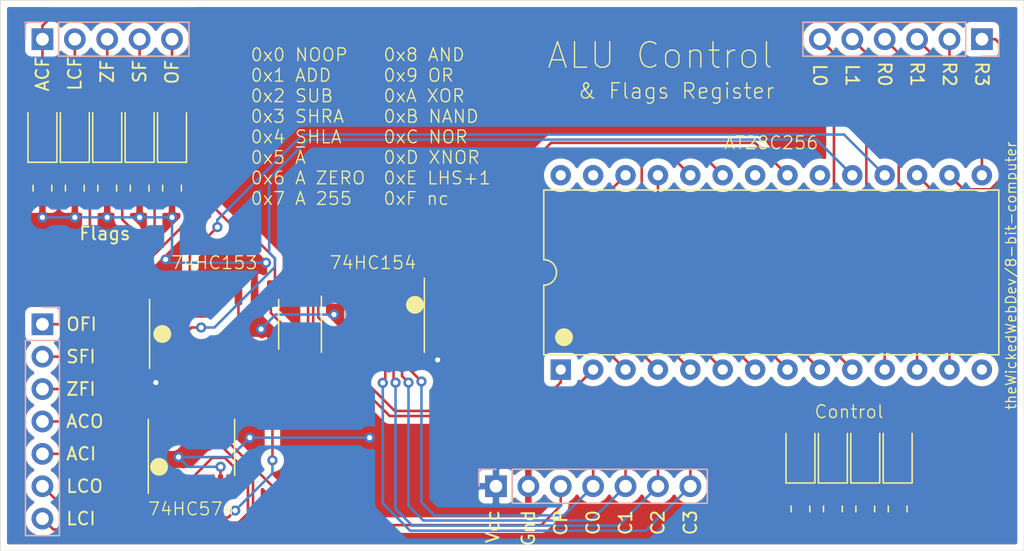
<source format=kicad_pcb>
(kicad_pcb (version 20171130) (host pcbnew "(5.1.10-1-10_14)")
  (layers (0 F.Cu signal) (31 B.Cu signal) (34 B.Paste user) (35 F.Paste user) (36 B.SilkS user) (37 F.SilkS user) (38 B.Mask user) (39 F.Mask user) (44 Edge.Cuts user))
  (net 0 "")
  (net 1 GND)
  (net 2 "Net-(U5-Pad1)")
  (net 3 "Net-(U7-Pad1)")
  (net 4 "Net-(U10-Pad1)")
  (net 5 "Net-(U11-Pad1)")
  (net 6 "Net-(U13-Pad1)")
  (net 7 "Net-(U15-Pad1)")
  (net 8 VCC)
  (net 9 LHS_CARRY_IN)
  (net 10 LHS_CARRY_OUT)
  (net 11 CLOCK)
  (net 12 "Net-(U1-Pad10)")
  (net 13 "Net-(U1-Pad9)")
  (net 14 "Net-(U1-Pad8)")
  (net 15 "Net-(U1-Pad7)")
  (net 16 "Net-(U1-Pad6)")
  (net 17 "Net-(U1-Pad5)")
  (net 18 "Net-(U1-Pad4)")
  (net 19 "Net-(U1-Pad3)")
  (net 20 "Net-(U1-Pad2)")
  (net 21 ALU_CONTROL_3)
  (net 22 ALU_CONTROL_2)
  (net 23 ALU_CONTROL_1)
  (net 24 ALU_CONTROL_0)
  (net 25 RHS3)
  (net 26 RHS2)
  (net 27 RHS1)
  (net 28 RHS0)
  (net 29 LHS1)
  (net 30 LHS0)
  (net 31 OVERFLOW_FLAG)
  (net 32 SIGN_FLAG)
  (net 33 ZERO_FLAG)
  (net 34 "Net-(U3-Pad16)")
  (net 35 "Net-(U3-Pad14)")
  (net 36 "Net-(U3-Pad13)")
  (net 37 "Net-(U3-Pad12)")
  (net 38 ADDER_CARRY_OUT)
  (net 39 ZERO_IN)
  (net 40 SIGN_IN)
  (net 41 OVERFLOW_IN)
  (net 42 ADDER_CARRY_IN)
  (net 43 "Net-(U4-Pad7)")
  (net 44 "Net-(U4-Pad6)")
  (net 45 "Net-(U4-Pad5)")
  (net 46 "Net-(U4-Pad4)")
  (net 47 "Net-(U4-Pad3)")
  (net 48 "Net-(U17-Pad1)")
  (net 49 "Net-(U19-Pad1)")
  (net 50 "Net-(U21-Pad1)")
  (net 51 CS1)
  (net 52 CS0)
  (net 53 "Net-(U1-Pad17)")
  (net 54 "Net-(U1-Pad16)")
  (net 55 "Net-(U1-Pad15)")
  (net 56 "Net-(U1-Pad14)")
  (net 57 "Net-(U1-Pad13)")
  (net 58 "Net-(U1-Pad11)")
  (net 59 "Net-(U2-Pad14)")
  (net 60 "Net-(U2-Pad20)")
  (net 61 "Net-(U2-Pad22)")
  (net 62 "Net-(U2-Pad27)")
  (net 63 "Net-(U2-Pad28)")
  (net 64 "Net-(U1-Pad1)")
  (module Connector_PinHeader_2.54mm:PinHeader_1x07_P2.54mm_Vertical (layer B.Cu) (at 17.018 126.238 180)
    (fp_text reference J3 hide)
    (fp_text value Conn_01x07)
    (pad 7 thru_hole oval (at 0 -15.24 180) (size 1.7 1.7) (drill 1) (layers *.Cu *.Mask) (net 9 LHS_CARRY_IN))
    (pad 6 thru_hole oval (at 0 -12.7 180) (size 1.7 1.7) (drill 1) (layers *.Cu *.Mask) (net 10 LHS_CARRY_OUT))
    (pad 5 thru_hole oval (at 0 -10.16 180) (size 1.7 1.7) (drill 1) (layers *.Cu *.Mask) (net 42 ADDER_CARRY_IN))
    (pad 4 thru_hole oval (at 0 -7.62 180) (size 1.7 1.7) (drill 1) (layers *.Cu *.Mask) (net 38 ADDER_CARRY_OUT))
    (pad 3 thru_hole oval (at 0 -5.08 180) (size 1.7 1.7) (drill 1) (layers *.Cu *.Mask) (net 39 ZERO_IN))
    (pad 2 thru_hole oval (at 0 -2.54 180) (size 1.7 1.7) (drill 1) (layers *.Cu *.Mask) (net 40 SIGN_IN))
    (pad 1 thru_hole rect (at 0 0 180) (size 1.7 1.7) (drill 1) (layers *.Cu *.Mask) (net 41 OVERFLOW_IN))
  )
  (module Connector_PinHeader_2.54mm:PinHeader_1x07_P2.54mm_Vertical (layer B.Cu) (at 52.578 138.938 270)
    (fp_text reference J2 hide)
    (fp_text value Conn_01x07)
    (pad 7 thru_hole oval (at 0 -15.24 270) (size 1.7 1.7) (drill 1) (layers *.Cu *.Mask) (net 21 ALU_CONTROL_3))
    (pad 6 thru_hole oval (at 0 -12.7 270) (size 1.7 1.7) (drill 1) (layers *.Cu *.Mask) (net 22 ALU_CONTROL_2))
    (pad 5 thru_hole oval (at 0 -10.16 270) (size 1.7 1.7) (drill 1) (layers *.Cu *.Mask) (net 23 ALU_CONTROL_1))
    (pad 4 thru_hole oval (at 0 -7.62 270) (size 1.7 1.7) (drill 1) (layers *.Cu *.Mask) (net 24 ALU_CONTROL_0))
    (pad 3 thru_hole oval (at 0 -5.08 270) (size 1.7 1.7) (drill 1) (layers *.Cu *.Mask) (net 11 CLOCK))
    (pad 2 thru_hole oval (at 0 -2.54 270) (size 1.7 1.7) (drill 1) (layers *.Cu *.Mask) (net 1 GND))
    (pad 1 thru_hole rect (at 0 0 270) (size 1.7 1.7) (drill 1) (layers *.Cu *.Mask) (net 8 VCC))
  )
  (module Package_DIP:DIP-28_W15.24mm (layer F.Cu) (at 57.658 129.794 90)
    (fp_text reference U2 hide)
    (fp_text value 28C256)
    (pad 28 thru_hole oval (at 15.24 0 90) (size 1.6 1.6) (drill 0.8) (layers *.Cu *.Mask) (net 63 "Net-(U2-Pad28)"))
    (pad 14 thru_hole oval (at 0 33.02 90) (size 1.6 1.6) (drill 0.8) (layers *.Cu *.Mask) (net 59 "Net-(U2-Pad14)"))
    (pad 27 thru_hole oval (at 15.24 2.54 90) (size 1.6 1.6) (drill 0.8) (layers *.Cu *.Mask) (net 62 "Net-(U2-Pad27)"))
    (pad 13 thru_hole oval (at 0 30.48 90) (size 1.6 1.6) (drill 0.8) (layers *.Cu *.Mask) (net 28 RHS0))
    (pad 26 thru_hole oval (at 15.24 5.08 90) (size 1.6 1.6) (drill 0.8) (layers *.Cu *.Mask) (net 54 "Net-(U1-Pad16)"))
    (pad 12 thru_hole oval (at 0 27.94 90) (size 1.6 1.6) (drill 0.8) (layers *.Cu *.Mask) (net 29 LHS1))
    (pad 25 thru_hole oval (at 15.24 7.62 90) (size 1.6 1.6) (drill 0.8) (layers *.Cu *.Mask) (net 12 "Net-(U1-Pad10)"))
    (pad 11 thru_hole oval (at 0 25.4 90) (size 1.6 1.6) (drill 0.8) (layers *.Cu *.Mask) (net 30 LHS0))
    (pad 24 thru_hole oval (at 15.24 10.16 90) (size 1.6 1.6) (drill 0.8) (layers *.Cu *.Mask) (net 58 "Net-(U1-Pad11)"))
    (pad 10 thru_hole oval (at 0 22.86 90) (size 1.6 1.6) (drill 0.8) (layers *.Cu *.Mask) (net 20 "Net-(U1-Pad2)"))
    (pad 23 thru_hole oval (at 15.24 12.7 90) (size 1.6 1.6) (drill 0.8) (layers *.Cu *.Mask) (net 56 "Net-(U1-Pad14)"))
    (pad 9 thru_hole oval (at 0 20.32 90) (size 1.6 1.6) (drill 0.8) (layers *.Cu *.Mask) (net 19 "Net-(U1-Pad3)"))
    (pad 22 thru_hole oval (at 15.24 15.24 90) (size 1.6 1.6) (drill 0.8) (layers *.Cu *.Mask) (net 61 "Net-(U2-Pad22)"))
    (pad 8 thru_hole oval (at 0 17.78 90) (size 1.6 1.6) (drill 0.8) (layers *.Cu *.Mask) (net 18 "Net-(U1-Pad4)"))
    (pad 21 thru_hole oval (at 15.24 17.78 90) (size 1.6 1.6) (drill 0.8) (layers *.Cu *.Mask) (net 57 "Net-(U1-Pad13)"))
    (pad 7 thru_hole oval (at 0 15.24 90) (size 1.6 1.6) (drill 0.8) (layers *.Cu *.Mask) (net 17 "Net-(U1-Pad5)"))
    (pad 20 thru_hole oval (at 15.24 20.32 90) (size 1.6 1.6) (drill 0.8) (layers *.Cu *.Mask) (net 60 "Net-(U2-Pad20)"))
    (pad 6 thru_hole oval (at 0 12.7 90) (size 1.6 1.6) (drill 0.8) (layers *.Cu *.Mask) (net 16 "Net-(U1-Pad6)"))
    (pad 19 thru_hole oval (at 15.24 22.86 90) (size 1.6 1.6) (drill 0.8) (layers *.Cu *.Mask) (net 51 CS1))
    (pad 5 thru_hole oval (at 0 10.16 90) (size 1.6 1.6) (drill 0.8) (layers *.Cu *.Mask) (net 15 "Net-(U1-Pad7)"))
    (pad 18 thru_hole oval (at 15.24 25.4 90) (size 1.6 1.6) (drill 0.8) (layers *.Cu *.Mask) (net 52 CS0))
    (pad 4 thru_hole oval (at 0 7.62 90) (size 1.6 1.6) (drill 0.8) (layers *.Cu *.Mask) (net 14 "Net-(U1-Pad8)"))
    (pad 17 thru_hole oval (at 15.24 27.94 90) (size 1.6 1.6) (drill 0.8) (layers *.Cu *.Mask) (net 25 RHS3))
    (pad 3 thru_hole oval (at 0 5.08 90) (size 1.6 1.6) (drill 0.8) (layers *.Cu *.Mask) (net 13 "Net-(U1-Pad9)"))
    (pad 16 thru_hole oval (at 15.24 30.48 90) (size 1.6 1.6) (drill 0.8) (layers *.Cu *.Mask) (net 26 RHS2))
    (pad 2 thru_hole oval (at 0 2.54 90) (size 1.6 1.6) (drill 0.8) (layers *.Cu *.Mask) (net 55 "Net-(U1-Pad15)"))
    (pad 15 thru_hole oval (at 15.24 33.02 90) (size 1.6 1.6) (drill 0.8) (layers *.Cu *.Mask) (net 27 RHS1))
    (pad 1 thru_hole rect (at 0 0 90) (size 1.6 1.6) (drill 0.8) (layers *.Cu *.Mask) (net 53 "Net-(U1-Pad17)"))
  )
  (module Resistor_SMD:R_0805_2012Metric (layer F.Cu) (at 17.018 115.57 270)
    (fp_text reference U22 hide)
    (fp_text value 0603WAF1001T5E)
    (pad 2 smd roundrect (at 0.9125 0 270) (size 1.025 1.4) (layers F.Cu F.Paste F.Mask) (roundrect_rratio 0.243902) (net 1 GND))
    (pad 1 smd roundrect (at -0.9125 0 270) (size 1.025 1.4) (layers F.Cu F.Paste F.Mask) (roundrect_rratio 0.243902) (net 50 "Net-(U21-Pad1)"))
  )
  (module LED_SMD:LED_1206_3216Metric (layer F.Cu) (at 17.018 111.252 90)
    (fp_text reference U21 hide)
    (fp_text value "19-213_Y2C-CQ2R2L_3T(CY)")
    (pad 2 smd roundrect (at 1.4 0 90) (size 1.25 1.75) (layers F.Cu F.Paste F.Mask) (roundrect_rratio 0.2) (net 42 ADDER_CARRY_IN))
    (pad 1 smd roundrect (at -1.4 0 90) (size 1.25 1.75) (layers F.Cu F.Paste F.Mask) (roundrect_rratio 0.2) (net 50 "Net-(U21-Pad1)"))
  )
  (module Resistor_SMD:R_0805_2012Metric (layer F.Cu) (at 19.558 115.57 270)
    (fp_text reference U20 hide)
    (fp_text value 0603WAF1001T5E)
    (pad 2 smd roundrect (at 0.9125 0 270) (size 1.025 1.4) (layers F.Cu F.Paste F.Mask) (roundrect_rratio 0.243902) (net 1 GND))
    (pad 1 smd roundrect (at -0.9125 0 270) (size 1.025 1.4) (layers F.Cu F.Paste F.Mask) (roundrect_rratio 0.243902) (net 49 "Net-(U19-Pad1)"))
  )
  (module LED_SMD:LED_1206_3216Metric (layer F.Cu) (at 19.558 111.252 90)
    (fp_text reference U19 hide)
    (fp_text value "19-213_Y2C-CQ2R2L_3T(CY)")
    (pad 2 smd roundrect (at 1.4 0 90) (size 1.25 1.75) (layers F.Cu F.Paste F.Mask) (roundrect_rratio 0.2) (net 9 LHS_CARRY_IN))
    (pad 1 smd roundrect (at -1.4 0 90) (size 1.25 1.75) (layers F.Cu F.Paste F.Mask) (roundrect_rratio 0.2) (net 49 "Net-(U19-Pad1)"))
  )
  (module Resistor_SMD:R_0805_2012Metric (layer F.Cu) (at 22.098 115.57 270)
    (fp_text reference U18 hide)
    (fp_text value 0603WAF1001T5E)
    (pad 2 smd roundrect (at 0.9125 0 270) (size 1.025 1.4) (layers F.Cu F.Paste F.Mask) (roundrect_rratio 0.243902) (net 1 GND))
    (pad 1 smd roundrect (at -0.9125 0 270) (size 1.025 1.4) (layers F.Cu F.Paste F.Mask) (roundrect_rratio 0.243902) (net 48 "Net-(U17-Pad1)"))
  )
  (module LED_SMD:LED_1206_3216Metric (layer F.Cu) (at 22.098 111.252 90)
    (fp_text reference U17 hide)
    (fp_text value "19-213_Y2C-CQ2R2L_3T(CY)")
    (pad 2 smd roundrect (at 1.4 0 90) (size 1.25 1.75) (layers F.Cu F.Paste F.Mask) (roundrect_rratio 0.2) (net 33 ZERO_FLAG))
    (pad 1 smd roundrect (at -1.4 0 90) (size 1.25 1.75) (layers F.Cu F.Paste F.Mask) (roundrect_rratio 0.2) (net 48 "Net-(U17-Pad1)"))
  )
  (module Resistor_SMD:R_0805_2012Metric (layer F.Cu) (at 24.638 115.57 270)
    (fp_text reference U16 hide)
    (fp_text value 0603WAF1001T5E)
    (pad 2 smd roundrect (at 0.9125 0 270) (size 1.025 1.4) (layers F.Cu F.Paste F.Mask) (roundrect_rratio 0.243902) (net 1 GND))
    (pad 1 smd roundrect (at -0.9125 0 270) (size 1.025 1.4) (layers F.Cu F.Paste F.Mask) (roundrect_rratio 0.243902) (net 7 "Net-(U15-Pad1)"))
  )
  (module LED_SMD:LED_1206_3216Metric (layer F.Cu) (at 24.638 111.252 90)
    (fp_text reference U15 hide)
    (fp_text value "19-213_Y2C-CQ2R2L_3T(CY)")
    (pad 2 smd roundrect (at 1.4 0 90) (size 1.25 1.75) (layers F.Cu F.Paste F.Mask) (roundrect_rratio 0.2) (net 32 SIGN_FLAG))
    (pad 1 smd roundrect (at -1.4 0 90) (size 1.25 1.75) (layers F.Cu F.Paste F.Mask) (roundrect_rratio 0.2) (net 7 "Net-(U15-Pad1)"))
  )
  (module Resistor_SMD:R_0805_2012Metric (layer F.Cu) (at 27.178 115.57 270)
    (fp_text reference U14 hide)
    (fp_text value 0603WAF1001T5E)
    (pad 2 smd roundrect (at 0.9125 0 270) (size 1.025 1.4) (layers F.Cu F.Paste F.Mask) (roundrect_rratio 0.243902) (net 1 GND))
    (pad 1 smd roundrect (at -0.9125 0 270) (size 1.025 1.4) (layers F.Cu F.Paste F.Mask) (roundrect_rratio 0.243902) (net 6 "Net-(U13-Pad1)"))
  )
  (module LED_SMD:LED_1206_3216Metric (layer F.Cu) (at 27.178 111.252 90)
    (fp_text reference U13 hide)
    (fp_text value "19-213_Y2C-CQ2R2L_3T(CY)")
    (pad 2 smd roundrect (at 1.4 0 90) (size 1.25 1.75) (layers F.Cu F.Paste F.Mask) (roundrect_rratio 0.2) (net 31 OVERFLOW_FLAG))
    (pad 1 smd roundrect (at -1.4 0 90) (size 1.25 1.75) (layers F.Cu F.Paste F.Mask) (roundrect_rratio 0.2) (net 6 "Net-(U13-Pad1)"))
  )
  (module Resistor_SMD:R_0805_2012Metric (layer F.Cu) (at 84.074 140.716 270)
    (fp_text reference U12 hide)
    (fp_text value 0603WAF1001T5E)
    (pad 2 smd roundrect (at 0.9125 0 270) (size 1.025 1.4) (layers F.Cu F.Paste F.Mask) (roundrect_rratio 0.243902) (net 1 GND))
    (pad 1 smd roundrect (at -0.9125 0 270) (size 1.025 1.4) (layers F.Cu F.Paste F.Mask) (roundrect_rratio 0.243902) (net 5 "Net-(U11-Pad1)"))
  )
  (module LED_SMD:LED_1206_3216Metric (layer F.Cu) (at 84.074 136.398 90)
    (fp_text reference U11 hide)
    (fp_text value 19-217_BHC-ZL1M2RY_3T)
    (pad 2 smd roundrect (at 1.4 0 90) (size 1.25 1.75) (layers F.Cu F.Paste F.Mask) (roundrect_rratio 0.2) (net 24 ALU_CONTROL_0))
    (pad 1 smd roundrect (at -1.4 0 90) (size 1.25 1.75) (layers F.Cu F.Paste F.Mask) (roundrect_rratio 0.2) (net 5 "Net-(U11-Pad1)"))
  )
  (module Resistor_SMD:R_0805_2012Metric (layer F.Cu) (at 81.534 140.716 270)
    (fp_text reference U10 hide)
    (fp_text value 0603WAF1001T5E)
    (pad 2 smd roundrect (at 0.9125 0 270) (size 1.025 1.4) (layers F.Cu F.Paste F.Mask) (roundrect_rratio 0.243902) (net 1 GND))
    (pad 1 smd roundrect (at -0.9125 0 270) (size 1.025 1.4) (layers F.Cu F.Paste F.Mask) (roundrect_rratio 0.243902) (net 4 "Net-(U10-Pad1)"))
  )
  (module LED_SMD:LED_1206_3216Metric (layer F.Cu) (at 81.534 136.398 90)
    (fp_text reference U9 hide)
    (fp_text value 19-217_BHC-ZL1M2RY_3T)
    (pad 2 smd roundrect (at 1.4 0 90) (size 1.25 1.75) (layers F.Cu F.Paste F.Mask) (roundrect_rratio 0.2) (net 23 ALU_CONTROL_1))
    (pad 1 smd roundrect (at -1.4 0 90) (size 1.25 1.75) (layers F.Cu F.Paste F.Mask) (roundrect_rratio 0.2) (net 4 "Net-(U10-Pad1)"))
  )
  (module Resistor_SMD:R_0805_2012Metric (layer F.Cu) (at 78.994 140.716 270)
    (fp_text reference U8 hide)
    (fp_text value 0603WAF1001T5E)
    (pad 2 smd roundrect (at 0.9125 0 270) (size 1.025 1.4) (layers F.Cu F.Paste F.Mask) (roundrect_rratio 0.243902) (net 1 GND))
    (pad 1 smd roundrect (at -0.9125 0 270) (size 1.025 1.4) (layers F.Cu F.Paste F.Mask) (roundrect_rratio 0.243902) (net 3 "Net-(U7-Pad1)"))
  )
  (module LED_SMD:LED_1206_3216Metric (layer F.Cu) (at 78.994 136.398 90)
    (fp_text reference U7 hide)
    (fp_text value 19-217_BHC-ZL1M2RY_3T)
    (pad 2 smd roundrect (at 1.4 0 90) (size 1.25 1.75) (layers F.Cu F.Paste F.Mask) (roundrect_rratio 0.2) (net 22 ALU_CONTROL_2))
    (pad 1 smd roundrect (at -1.4 0 90) (size 1.25 1.75) (layers F.Cu F.Paste F.Mask) (roundrect_rratio 0.2) (net 3 "Net-(U7-Pad1)"))
  )
  (module Resistor_SMD:R_0805_2012Metric (layer F.Cu) (at 76.454 140.716 270)
    (fp_text reference U6 hide)
    (fp_text value 0603WAF1001T5E)
    (pad 2 smd roundrect (at 0.9125 0 270) (size 1.025 1.4) (layers F.Cu F.Paste F.Mask) (roundrect_rratio 0.243902) (net 1 GND))
    (pad 1 smd roundrect (at -0.9125 0 270) (size 1.025 1.4) (layers F.Cu F.Paste F.Mask) (roundrect_rratio 0.243902) (net 2 "Net-(U5-Pad1)"))
  )
  (module LED_SMD:LED_1206_3216Metric (layer F.Cu) (at 76.454 136.398 90)
    (fp_text reference U5 hide)
    (fp_text value 19-217_BHC-ZL1M2RY_3T)
    (pad 2 smd roundrect (at 1.4 0 90) (size 1.25 1.75) (layers F.Cu F.Paste F.Mask) (roundrect_rratio 0.2) (net 21 ALU_CONTROL_3))
    (pad 1 smd roundrect (at -1.4 0 90) (size 1.25 1.75) (layers F.Cu F.Paste F.Mask) (roundrect_rratio 0.2) (net 2 "Net-(U5-Pad1)"))
  )
  (module Package_SO:SOIC-16_3.9x9.9mm_P1.27mm (layer F.Cu) (at 30.48 126.238 90)
    (fp_text reference U4 hide)
    (fp_text value 74HC153D,653)
    (pad 16 smd roundrect (at 2.475 -4.445 90) (size 1.95 0.6) (layers F.Cu F.Paste F.Mask) (net 8 VCC))
    (pad 15 smd roundrect (at 2.475 -3.175 90) (size 1.95 0.6) (layers F.Cu F.Paste F.Mask) (net 1 GND))
    (pad 14 smd roundrect (at 2.475 -1.905 90) (size 1.95 0.6) (layers F.Cu F.Paste F.Mask) (net 52 CS0))
    (pad 13 smd roundrect (at 2.475 -0.635 90) (size 1.95 0.6) (layers F.Cu F.Paste F.Mask) (net 1 GND))
    (pad 12 smd roundrect (at 2.475 0.635 90) (size 1.95 0.6) (layers F.Cu F.Paste F.Mask) (net 8 VCC))
    (pad 11 smd roundrect (at 2.475 1.905 90) (size 1.95 0.6) (layers F.Cu F.Paste F.Mask) (net 34 "Net-(U3-Pad16)"))
    (pad 10 smd roundrect (at 2.475 3.175 90) (size 1.95 0.6) (layers F.Cu F.Paste F.Mask) (net 1 GND))
    (pad 9 smd roundrect (at 2.475 4.445 90) (size 1.95 0.6) (layers F.Cu F.Paste F.Mask) (net 42 ADDER_CARRY_IN))
    (pad 8 smd roundrect (at -2.475 4.445 90) (size 1.95 0.6) (layers F.Cu F.Paste F.Mask) (net 1 GND))
    (pad 7 smd roundrect (at -2.475 3.175 90) (size 1.95 0.6) (layers F.Cu F.Paste F.Mask) (net 43 "Net-(U4-Pad7)"))
    (pad 6 smd roundrect (at -2.475 1.905 90) (size 1.95 0.6) (layers F.Cu F.Paste F.Mask) (net 44 "Net-(U4-Pad6)"))
    (pad 5 smd roundrect (at -2.475 0.635 90) (size 1.95 0.6) (layers F.Cu F.Paste F.Mask) (net 45 "Net-(U4-Pad5)"))
    (pad 4 smd roundrect (at -2.475 -0.635 90) (size 1.95 0.6) (layers F.Cu F.Paste F.Mask) (net 46 "Net-(U4-Pad4)"))
    (pad 3 smd roundrect (at -2.475 -1.905 90) (size 1.95 0.6) (layers F.Cu F.Paste F.Mask) (net 47 "Net-(U4-Pad3)"))
    (pad 2 smd roundrect (at -2.475 -3.175 90) (size 1.95 0.6) (layers F.Cu F.Paste F.Mask) (net 51 CS1))
    (pad 1 smd roundrect (at -2.475 -4.445 90) (size 1.95 0.6) (layers F.Cu F.Paste F.Mask) (net 8 VCC))
  )
  (module Package_SO:TSSOP-20_4.4x6.5mm_P0.65mm (layer F.Cu) (at 28.702 135.89 90)
    (fp_text reference U3 hide)
    (fp_text value 74HCT574)
    (pad 20 smd roundrect (at 2.8625 -2.925 90) (size 1.475 0.4) (layers F.Cu F.Paste F.Mask) (net 8 VCC))
    (pad 19 smd roundrect (at 2.8625 -2.275 90) (size 1.475 0.4) (layers F.Cu F.Paste F.Mask) (net 31 OVERFLOW_FLAG))
    (pad 18 smd roundrect (at 2.8625 -1.625 90) (size 1.475 0.4) (layers F.Cu F.Paste F.Mask) (net 32 SIGN_FLAG))
    (pad 17 smd roundrect (at 2.8625 -0.975 90) (size 1.475 0.4) (layers F.Cu F.Paste F.Mask) (net 33 ZERO_FLAG))
    (pad 16 smd roundrect (at 2.8625 -0.325 90) (size 1.475 0.4) (layers F.Cu F.Paste F.Mask) (net 34 "Net-(U3-Pad16)"))
    (pad 15 smd roundrect (at 2.8625 0.325 90) (size 1.475 0.4) (layers F.Cu F.Paste F.Mask) (net 9 LHS_CARRY_IN))
    (pad 14 smd roundrect (at 2.8625 0.975 90) (size 1.475 0.4) (layers F.Cu F.Paste F.Mask) (net 35 "Net-(U3-Pad14)"))
    (pad 13 smd roundrect (at 2.8625 1.625 90) (size 1.475 0.4) (layers F.Cu F.Paste F.Mask) (net 36 "Net-(U3-Pad13)"))
    (pad 12 smd roundrect (at 2.8625 2.275 90) (size 1.475 0.4) (layers F.Cu F.Paste F.Mask) (net 37 "Net-(U3-Pad12)"))
    (pad 11 smd roundrect (at 2.8625 2.925 90) (size 1.475 0.4) (layers F.Cu F.Paste F.Mask) (net 11 CLOCK))
    (pad 10 smd roundrect (at -2.8625 2.925 90) (size 1.475 0.4) (layers F.Cu F.Paste F.Mask) (net 1 GND))
    (pad 9 smd roundrect (at -2.8625 2.275 90) (size 1.475 0.4) (layers F.Cu F.Paste F.Mask) (net 1 GND))
    (pad 8 smd roundrect (at -2.8625 1.625 90) (size 1.475 0.4) (layers F.Cu F.Paste F.Mask) (net 1 GND))
    (pad 7 smd roundrect (at -2.8625 0.975 90) (size 1.475 0.4) (layers F.Cu F.Paste F.Mask) (net 1 GND))
    (pad 6 smd roundrect (at -2.8625 0.325 90) (size 1.475 0.4) (layers F.Cu F.Paste F.Mask) (net 10 LHS_CARRY_OUT))
    (pad 5 smd roundrect (at -2.8625 -0.325 90) (size 1.475 0.4) (layers F.Cu F.Paste F.Mask) (net 38 ADDER_CARRY_OUT))
    (pad 4 smd roundrect (at -2.8625 -0.975 90) (size 1.475 0.4) (layers F.Cu F.Paste F.Mask) (net 39 ZERO_IN))
    (pad 3 smd roundrect (at -2.8625 -1.625 90) (size 1.475 0.4) (layers F.Cu F.Paste F.Mask) (net 40 SIGN_IN))
    (pad 2 smd roundrect (at -2.8625 -2.275 90) (size 1.475 0.4) (layers F.Cu F.Paste F.Mask) (net 41 OVERFLOW_IN))
    (pad 1 smd roundrect (at -2.8625 -2.925 90) (size 1.475 0.4) (layers F.Cu F.Paste F.Mask) (net 1 GND))
  )
  (module Package_SO:TSSOP-24_4.4x7.8mm_P0.65mm (layer F.Cu) (at 42.926 126.238 270)
    (fp_text reference U1 hide)
    (fp_text value 74HC154D,653)
    (pad 24 smd roundrect (at 2.8625 -3.575 270) (size 1.475 0.4) (layers F.Cu F.Paste F.Mask) (net 8 VCC))
    (pad 23 smd roundrect (at 2.8625 -2.925 270) (size 1.475 0.4) (layers F.Cu F.Paste F.Mask) (net 24 ALU_CONTROL_0))
    (pad 22 smd roundrect (at 2.8625 -2.275 270) (size 1.475 0.4) (layers F.Cu F.Paste F.Mask) (net 23 ALU_CONTROL_1))
    (pad 21 smd roundrect (at 2.8625 -1.625 270) (size 1.475 0.4) (layers F.Cu F.Paste F.Mask) (net 22 ALU_CONTROL_2))
    (pad 20 smd roundrect (at 2.8625 -0.975 270) (size 1.475 0.4) (layers F.Cu F.Paste F.Mask) (net 21 ALU_CONTROL_3))
    (pad 19 smd roundrect (at 2.8625 -0.325 270) (size 1.475 0.4) (layers F.Cu F.Paste F.Mask) (net 1 GND))
    (pad 18 smd roundrect (at 2.8625 0.325 270) (size 1.475 0.4) (layers F.Cu F.Paste F.Mask) (net 1 GND))
    (pad 17 smd roundrect (at 2.8625 0.975 270) (size 1.475 0.4) (layers F.Cu F.Paste F.Mask) (net 53 "Net-(U1-Pad17)"))
    (pad 16 smd roundrect (at 2.8625 1.625 270) (size 1.475 0.4) (layers F.Cu F.Paste F.Mask) (net 54 "Net-(U1-Pad16)"))
    (pad 15 smd roundrect (at 2.8625 2.275 270) (size 1.475 0.4) (layers F.Cu F.Paste F.Mask) (net 55 "Net-(U1-Pad15)"))
    (pad 14 smd roundrect (at 2.8625 2.925 270) (size 1.475 0.4) (layers F.Cu F.Paste F.Mask) (net 56 "Net-(U1-Pad14)"))
    (pad 13 smd roundrect (at 2.8625 3.575 270) (size 1.475 0.4) (layers F.Cu F.Paste F.Mask) (net 57 "Net-(U1-Pad13)"))
    (pad 12 smd roundrect (at -2.8625 3.575 270) (size 1.475 0.4) (layers F.Cu F.Paste F.Mask) (net 1 GND))
    (pad 11 smd roundrect (at -2.8625 2.925 270) (size 1.475 0.4) (layers F.Cu F.Paste F.Mask) (net 58 "Net-(U1-Pad11)"))
    (pad 10 smd roundrect (at -2.8625 2.275 270) (size 1.475 0.4) (layers F.Cu F.Paste F.Mask) (net 12 "Net-(U1-Pad10)"))
    (pad 9 smd roundrect (at -2.8625 1.625 270) (size 1.475 0.4) (layers F.Cu F.Paste F.Mask) (net 13 "Net-(U1-Pad9)"))
    (pad 8 smd roundrect (at -2.8625 0.975 270) (size 1.475 0.4) (layers F.Cu F.Paste F.Mask) (net 14 "Net-(U1-Pad8)"))
    (pad 7 smd roundrect (at -2.8625 0.325 270) (size 1.475 0.4) (layers F.Cu F.Paste F.Mask) (net 15 "Net-(U1-Pad7)"))
    (pad 6 smd roundrect (at -2.8625 -0.325 270) (size 1.475 0.4) (layers F.Cu F.Paste F.Mask) (net 16 "Net-(U1-Pad6)"))
    (pad 5 smd roundrect (at -2.8625 -0.975 270) (size 1.475 0.4) (layers F.Cu F.Paste F.Mask) (net 17 "Net-(U1-Pad5)"))
    (pad 4 smd roundrect (at -2.8625 -1.625 270) (size 1.475 0.4) (layers F.Cu F.Paste F.Mask) (net 18 "Net-(U1-Pad4)"))
    (pad 3 smd roundrect (at -2.8625 -2.275 270) (size 1.475 0.4) (layers F.Cu F.Paste F.Mask) (net 19 "Net-(U1-Pad3)"))
    (pad 2 smd roundrect (at -2.8625 -2.925 270) (size 1.475 0.4) (layers F.Cu F.Paste F.Mask) (net 20 "Net-(U1-Pad2)"))
    (pad 1 smd roundrect (at -2.8625 -3.575 270) (size 1.475 0.4) (layers F.Cu F.Paste F.Mask) (net 64 "Net-(U1-Pad1)"))
  )
  (module Connector_PinHeader_2.54mm:PinHeader_1x05_P2.54mm_Vertical (layer B.Cu) (at 17.018 103.886 270)
    (fp_text reference J4 hide)
    (fp_text value Conn_01x05 hide)
    (pad 5 thru_hole oval (at 0 -10.16 270) (size 1.7 1.7) (drill 1) (layers *.Cu *.Mask) (net 31 OVERFLOW_FLAG))
    (pad 4 thru_hole oval (at 0 -7.62 270) (size 1.7 1.7) (drill 1) (layers *.Cu *.Mask) (net 32 SIGN_FLAG))
    (pad 3 thru_hole oval (at 0 -5.08 270) (size 1.7 1.7) (drill 1) (layers *.Cu *.Mask) (net 33 ZERO_FLAG))
    (pad 2 thru_hole oval (at 0 -2.54 270) (size 1.7 1.7) (drill 1) (layers *.Cu *.Mask) (net 9 LHS_CARRY_IN))
    (pad 1 thru_hole rect (at 0 0 270) (size 1.7 1.7) (drill 1) (layers *.Cu *.Mask) (net 42 ADDER_CARRY_IN))
  )
  (module Connector_PinHeader_2.54mm:PinHeader_1x06_P2.54mm_Vertical (layer B.Cu) (at 90.678 103.886 90)
    (fp_text reference J1 hide)
    (fp_text value Conn_01x06 hide)
    (pad 6 thru_hole oval (at 0 -12.7 90) (size 1.7 1.7) (drill 1) (layers *.Cu *.Mask) (net 30 LHS0))
    (pad 5 thru_hole oval (at 0 -10.16 90) (size 1.7 1.7) (drill 1) (layers *.Cu *.Mask) (net 29 LHS1))
    (pad 4 thru_hole oval (at 0 -7.62 90) (size 1.7 1.7) (drill 1) (layers *.Cu *.Mask) (net 28 RHS0))
    (pad 3 thru_hole oval (at 0 -5.08 90) (size 1.7 1.7) (drill 1) (layers *.Cu *.Mask) (net 27 RHS1))
    (pad 2 thru_hole oval (at 0 -2.54 90) (size 1.7 1.7) (drill 1) (layers *.Cu *.Mask) (net 26 RHS2))
    (pad 1 thru_hole rect (at 0 0 90) (size 1.7 1.7) (drill 1) (layers *.Cu *.Mask) (net 25 RHS3))
  )
  (gr_text "0x8 AND\n0x9 OR\n0xA XOR\n0xB NAND \n0xC NOR\n0xD XNOR\n0xE LHS+1\n0xF nc" (at 43.688 110.744) (layer F.SilkS) (effects (font (size 1 1) (thickness 0.1)) (justify left)))
  (gr_text "0x0 NOOP\n0x1 ADD\n0x2 SUB\n0x3 SHRA \n0x4 SHLA\n0x5 ~A~\n0x6 A ZERO\n0x7 A 255" (at 33.274 110.744) (layer F.SilkS) (effects (font (size 1 1) (thickness 0.1)) (justify left)))
  (gr_text "& Flags Register" (at 58.928 107.95) (layer F.SilkS) (effects (font (size 1.2 1.2) (thickness 0.1)) (justify left)))
  (gr_text Control (at 80.264 133.096) (layer F.SilkS) (effects (font (size 1 1) (thickness 0.1))))
  (gr_text 74HC574 (at 28.702 140.716) (layer F.SilkS) (effects (font (size 1 1) (thickness 0.1))))
  (gr_text 74HC153 (at 30.48 121.412) (layer F.SilkS) (effects (font (size 1 1) (thickness 0.1))))
  (gr_text 74HC154 (at 42.926 121.412) (layer F.SilkS) (effects (font (size 1 1) (thickness 0.1))))
  (gr_text AT28C256 (at 74.168 112.014) (layer F.SilkS) (effects (font (size 1 1) (thickness 0.1))))
  (gr_text LCI (at 18.796 141.478) (layer F.SilkS) (effects (font (size 1 1)) (justify left)))
  (gr_text LCO (at 18.796 138.938) (layer F.SilkS) (effects (font (size 1 1)) (justify left)))
  (gr_circle (center 57.912 127.254) (end 57.912 127.254) (layer F.SilkS) (width 0.7))
  (gr_circle (center 26.162 137.414) (end 26.162 137.414) (layer F.SilkS) (width 0.7))
  (gr_circle (center 26.416 127) (end 26.416 127) (layer F.SilkS) (width 0.7))
  (gr_circle (center 46.228 124.714) (end 46.228 124.714) (layer F.SilkS) (width 0.7))
  (gr_line (start 13.716 144.018) (end 93.98 144.018) (layer Edge.Cuts) (width 0.05))
  (gr_line (start 93.98 144.018) (end 93.98 100.838) (layer Edge.Cuts) (width 0.05))
  (gr_line (start 13.716 100.838) (end 13.716 144.018) (layer Edge.Cuts) (width 0.05))
  (gr_line (start 93.98 100.838) (end 13.716 100.838) (layer Edge.Cuts) (width 0.05))
  (gr_text Flags (at 19.812 119.126) (layer F.SilkS) (effects (font (size 1 1)) (justify left)))
  (gr_text ACF (at 17.018 105.156 90) (layer F.SilkS) (effects (font (size 1 1)) (justify right)))
  (gr_text LCF (at 19.558 105.156 90) (layer F.SilkS) (effects (font (size 1 1)) (justify right)))
  (gr_text ZF (at 22.098 105.41 90) (layer F.SilkS) (effects (font (size 1 1)) (justify right)))
  (gr_text SF (at 24.638 105.41 90) (layer F.SilkS) (effects (font (size 1 1)) (justify right)))
  (gr_text OF (at 27.178 105.41 90) (layer F.SilkS) (effects (font (size 1 1)) (justify right)))
  (gr_text Vcc (at 52.324 140.716 90) (layer F.SilkS) (effects (font (size 1 1)) (justify right)))
  (gr_text Gnd (at 55.118 140.716 90) (layer F.SilkS) (effects (font (size 1 1)) (justify right)))
  (gr_text C3 (at 67.818 140.716 90) (layer F.SilkS) (effects (font (size 1 1)) (justify right)))
  (gr_text C2 (at 65.278 140.716 90) (layer F.SilkS) (effects (font (size 1 1)) (justify right)))
  (gr_text C1 (at 62.738 140.716 90) (layer F.SilkS) (effects (font (size 1 1)) (justify right)))
  (gr_text C0 (at 60.198 140.716 90) (layer F.SilkS) (effects (font (size 1 1)) (justify right)))
  (gr_text CP (at 57.658 140.716 90) (layer F.SilkS) (effects (font (size 1 1)) (justify right)))
  (gr_text ACI (at 18.796 136.398) (layer F.SilkS) (effects (font (size 1 1)) (justify left)))
  (gr_text ZFI (at 18.796 131.318) (layer F.SilkS) (effects (font (size 1 1)) (justify left)))
  (gr_text ACO (at 18.796 133.858) (layer F.SilkS) (effects (font (size 1 1)) (justify left)))
  (gr_text OFI (at 18.796 126.238) (layer F.SilkS) (effects (font (size 1 1)) (justify left)))
  (gr_text SFI (at 18.796 128.778) (layer F.SilkS) (effects (font (size 1 1)) (justify left)))
  (gr_text L0 (at 77.978 107.696 270) (layer F.SilkS) (effects (font (size 1 1)) (justify right)))
  (gr_text L1 (at 80.518 107.696 270) (layer F.SilkS) (effects (font (size 1 1)) (justify right)))
  (gr_text R1 (at 85.598 107.696 270) (layer F.SilkS) (effects (font (size 1 1)) (justify right)))
  (gr_text R0 (at 83.058 107.696 270) (layer F.SilkS) (effects (font (size 1 1)) (justify right)))
  (gr_text R2 (at 88.138 107.696 270) (layer F.SilkS) (effects (font (size 1 1)) (justify right)))
  (gr_text R3 (at 90.678 107.696 270) (layer F.SilkS) (effects (font (size 1 1)) (justify right)))
  (gr_text "ALU Control" (at 74.422 105.156) (layer F.SilkS) (effects (font (size 2 2) (thickness 0.1)) (justify right)))
  (gr_text theWickedWebDev/8-bit-computer (at 92.964 122.428 90) (layer F.SilkS) (effects (font (size 0.8 0.8) (thickness 0.1))))
  (segment (start 27.178 118.11) (end 27.178 117.856) (width 0.2) (layer F.Cu) (net 1))
  (via (at 27.178 117.856) (size 0.8) (drill 0.4) (layers F.Cu B.Cu) (net 1))
  (segment (start 27.178 116.4825) (end 27.178 117.856) (width 0.2) (layer F.Cu) (net 1))
  (segment (start 24.638 116.4825) (end 24.638 117.856) (width 0.2) (layer F.Cu) (net 1))
  (via (at 24.638 117.856) (size 0.8) (drill 0.4) (layers F.Cu B.Cu) (net 1))
  (segment (start 22.098 116.4825) (end 22.098 117.856) (width 0.2) (layer F.Cu) (net 1))
  (via (at 22.098 117.856) (size 0.8) (drill 0.4) (layers F.Cu B.Cu) (net 1))
  (segment (start 19.558 116.4825) (end 19.558 117.856) (width 0.2) (layer F.Cu) (net 1))
  (via (at 19.558 117.856) (size 0.8) (drill 0.4) (layers F.Cu B.Cu) (net 1))
  (segment (start 17.018 116.4825) (end 17.018 117.856) (width 0.2) (layer F.Cu) (net 1))
  (via (at 17.018 117.856) (size 0.8) (drill 0.4) (layers F.Cu B.Cu) (net 1))
  (segment (start 17.018 117.856) (end 27.178 117.856) (width 0.2) (layer B.Cu) (net 1))
  (segment (start 31.627 138.7525) (end 29.677 138.7525) (width 0.2) (layer F.Cu) (net 1))
  (segment (start 25.777 138.7525) (end 25.777 137.799) (width 0.2) (layer F.Cu) (net 1))
  (segment (start 25.777 137.799) (end 26.924 136.652) (width 0.2) (layer F.Cu) (net 1))
  (via (at 27.686 136.652) (size 0.8) (drill 0.4) (layers F.Cu B.Cu) (net 1))
  (segment (start 26.924 136.652) (end 27.686 136.652) (width 0.2) (layer F.Cu) (net 1))
  (segment (start 27.686 136.652) (end 31.75 136.652) (width 0.2) (layer B.Cu) (net 1))
  (via (at 33.274 135.128) (size 0.8) (drill 0.4) (layers F.Cu B.Cu) (net 1))
  (segment (start 31.75 136.652) (end 33.274 135.128) (width 0.2) (layer B.Cu) (net 1))
  (segment (start 34.925 130.429) (end 34.925 128.713) (width 0.2) (layer F.Cu) (net 1))
  (segment (start 33.274 132.08) (end 34.925 130.429) (width 0.2) (layer F.Cu) (net 1))
  (segment (start 33.274 135.128) (end 33.274 132.08) (width 0.2) (layer F.Cu) (net 1))
  (segment (start 34.925 128.713) (end 34.925 127.381) (width 0.2) (layer F.Cu) (net 1))
  (segment (start 33.655 126.111) (end 33.655 123.763) (width 0.2) (layer F.Cu) (net 1))
  (segment (start 27.305 124.738) (end 27.789 125.222) (width 0.2) (layer F.Cu) (net 1))
  (segment (start 27.305 123.763) (end 27.305 124.738) (width 0.2) (layer F.Cu) (net 1))
  (segment (start 27.789 125.222) (end 29.464 125.222) (width 0.2) (layer F.Cu) (net 1))
  (segment (start 29.845 124.841) (end 29.845 123.763) (width 0.2) (layer F.Cu) (net 1))
  (segment (start 29.464 125.222) (end 29.845 124.841) (width 0.2) (layer F.Cu) (net 1))
  (segment (start 39.351 123.3755) (end 39.351 124.949) (width 0.2) (layer F.Cu) (net 1))
  (segment (start 42.601 128.199) (end 42.601 129.1005) (width 0.2) (layer F.Cu) (net 1))
  (segment (start 43.251 129.1005) (end 42.601 129.1005) (width 0.2) (layer F.Cu) (net 1))
  (via (at 39.878 125.476) (size 0.8) (drill 0.4) (layers F.Cu B.Cu) (net 1))
  (segment (start 39.351 124.949) (end 39.878 125.476) (width 0.2) (layer F.Cu) (net 1))
  (segment (start 39.878 125.476) (end 42.601 128.199) (width 0.2) (layer F.Cu) (net 1))
  (segment (start 39.878 125.476) (end 35.306 125.476) (width 0.2) (layer B.Cu) (net 1))
  (via (at 34.163 126.619) (size 0.8) (drill 0.4) (layers F.Cu B.Cu) (net 1))
  (segment (start 35.306 125.476) (end 34.163 126.619) (width 0.2) (layer B.Cu) (net 1))
  (segment (start 34.163 126.619) (end 33.655 126.111) (width 0.2) (layer F.Cu) (net 1))
  (segment (start 34.925 127.381) (end 34.163 126.619) (width 0.2) (layer F.Cu) (net 1))
  (segment (start 33.274 135.128) (end 41.148 135.128) (width 0.2) (layer B.Cu) (net 1))
  (via (at 42.672 135.128) (size 0.8) (drill 0.4) (layers F.Cu B.Cu) (net 1))
  (segment (start 41.148 135.128) (end 42.672 135.128) (width 0.2) (layer B.Cu) (net 1))
  (segment (start 42.672 135.128) (end 53.34 135.128) (width 0.2) (layer F.Cu) (net 1))
  (segment (start 55.118 136.906) (end 55.118 138.938) (width 0.2) (layer F.Cu) (net 1))
  (segment (start 53.34 135.128) (end 55.118 136.906) (width 0.2) (layer F.Cu) (net 1))
  (via (at 34.544 121.412) (size 0.8) (drill 0.4) (layers F.Cu B.Cu) (net 1))
  (segment (start 33.655 123.763) (end 33.655 122.301) (width 0.2) (layer F.Cu) (net 1))
  (segment (start 33.655 122.301) (end 34.544 121.412) (width 0.2) (layer F.Cu) (net 1))
  (via (at 26.67004 121.158) (size 0.8) (drill 0.4) (layers F.Cu B.Cu) (net 1))
  (segment (start 26.92404 121.412) (end 26.67004 121.158) (width 0.2) (layer B.Cu) (net 1))
  (segment (start 27.178 120.65004) (end 26.67004 121.158) (width 0.2) (layer B.Cu) (net 1))
  (segment (start 27.305 121.79296) (end 26.67004 121.158) (width 0.2) (layer F.Cu) (net 1))
  (segment (start 34.544 121.412) (end 26.92404 121.412) (width 0.2) (layer B.Cu) (net 1))
  (segment (start 27.178 117.856) (end 27.178 120.65004) (width 0.2) (layer B.Cu) (net 1))
  (segment (start 27.305 123.763) (end 27.305 121.79296) (width 0.2) (layer F.Cu) (net 1))
  (segment (start 30.977 137.425) (end 30.988 137.414) (width 0.2) (layer F.Cu) (net 1))
  (segment (start 28.448 137.414) (end 30.988 137.414) (width 0.2) (layer B.Cu) (net 1))
  (segment (start 30.977 138.7525) (end 30.977 137.425) (width 0.2) (layer F.Cu) (net 1))
  (segment (start 27.686 136.652) (end 28.448 137.414) (width 0.2) (layer B.Cu) (net 1))
  (via (at 30.988 137.414) (size 0.8) (drill 0.4) (layers F.Cu B.Cu) (net 1))
  (segment (start 76.454 137.798) (end 76.454 139.8035) (width 0.2) (layer F.Cu) (net 2))
  (segment (start 78.994 139.8035) (end 78.994 137.798) (width 0.2) (layer F.Cu) (net 3))
  (segment (start 81.534 137.798) (end 81.534 139.8035) (width 0.2) (layer F.Cu) (net 4))
  (segment (start 84.074 139.8035) (end 84.074 137.798) (width 0.2) (layer F.Cu) (net 5))
  (segment (start 27.178 112.652) (end 27.178 114.6575) (width 0.2) (layer F.Cu) (net 6))
  (segment (start 24.638 114.6575) (end 24.638 112.652) (width 0.2) (layer F.Cu) (net 7))
  (segment (start 26.035 123.763) (end 26.035 128.713) (width 0.2) (layer F.Cu) (net 8))
  (segment (start 31.115 123.763) (end 31.115 124.738) (width 0.2) (layer F.Cu) (net 8))
  (segment (start 26.919011 125.622011) (end 26.035 124.738) (width 0.2) (layer F.Cu) (net 8))
  (segment (start 31.115 124.738) (end 30.230989 125.622011) (width 0.2) (layer F.Cu) (net 8))
  (segment (start 26.035 124.738) (end 26.035 123.763) (width 0.2) (layer F.Cu) (net 8))
  (segment (start 30.230989 125.622011) (end 26.919011 125.622011) (width 0.2) (layer F.Cu) (net 8))
  (via (at 48.006 129.032) (size 0.8) (drill 0.4) (layers F.Cu B.Cu) (net 8))
  (segment (start 46.5695 129.032) (end 46.501 129.1005) (width 0.2) (layer F.Cu) (net 8))
  (segment (start 48.006 129.032) (end 46.5695 129.032) (width 0.2) (layer F.Cu) (net 8))
  (segment (start 42.164 127.254) (end 46.228 127.254) (width 0.2) (layer B.Cu) (net 8))
  (via (at 25.908 130.81) (size 0.8) (drill 0.4) (layers F.Cu B.Cu) (net 8))
  (segment (start 26.035 130.683) (end 26.035 128.713) (width 0.2) (layer F.Cu) (net 8))
  (segment (start 46.228 127.254) (end 48.006 129.032) (width 0.2) (layer B.Cu) (net 8))
  (segment (start 25.908 130.81) (end 26.035 130.683) (width 0.2) (layer F.Cu) (net 8))
  (segment (start 38.608 130.81) (end 42.164 127.254) (width 0.2) (layer B.Cu) (net 8))
  (segment (start 25.777 130.941) (end 25.908 130.81) (width 0.2) (layer F.Cu) (net 8))
  (segment (start 25.777 133.0275) (end 25.777 130.941) (width 0.2) (layer F.Cu) (net 8))
  (segment (start 25.908 130.81) (end 38.608 130.81) (width 0.2) (layer B.Cu) (net 8))
  (segment (start 19.558 109.852) (end 19.558 103.886) (width 0.2) (layer F.Cu) (net 9))
  (segment (start 24.902931 135.566031) (end 27.225969 135.566031) (width 0.2) (layer F.Cu) (net 9))
  (segment (start 27.225969 135.566031) (end 29.027 133.765) (width 0.2) (layer F.Cu) (net 9))
  (segment (start 23.691967 121.989967) (end 23.691967 134.355067) (width 0.2) (layer F.Cu) (net 9))
  (segment (start 23.691967 134.355067) (end 24.902931 135.566031) (width 0.2) (layer F.Cu) (net 9))
  (segment (start 20.73301 119.03101) (end 23.691967 121.989967) (width 0.2) (layer F.Cu) (net 9))
  (segment (start 20.73301 111.02701) (end 20.73301 119.03101) (width 0.2) (layer F.Cu) (net 9))
  (segment (start 19.558 109.852) (end 20.73301 111.02701) (width 0.2) (layer F.Cu) (net 9))
  (segment (start 32.424001 142.327999) (end 33.528 141.224) (width 0.2) (layer F.Cu) (net 9))
  (segment (start 17.867999 142.327999) (end 32.424001 142.327999) (width 0.2) (layer F.Cu) (net 9))
  (segment (start 17.018 141.478) (end 17.867999 142.327999) (width 0.2) (layer F.Cu) (net 9))
  (segment (start 29.027 133.765) (end 29.027 133.0275) (width 0.2) (layer F.Cu) (net 9))
  (segment (start 33.528 141.224) (end 33.528 138.266) (width 0.2) (layer F.Cu) (net 9))
  (segment (start 33.528 138.266) (end 29.027 133.765) (width 0.2) (layer F.Cu) (net 9))
  (segment (start 30.328002 136.713998) (end 29.027 138.015) (width 0.2) (layer F.Cu) (net 10))
  (segment (start 29.027 138.015) (end 29.027 138.7525) (width 0.2) (layer F.Cu) (net 10))
  (segment (start 32.396235 141.790065) (end 33.127989 141.058311) (width 0.2) (layer F.Cu) (net 10))
  (segment (start 17.018 138.938) (end 19.870065 141.790065) (width 0.2) (layer F.Cu) (net 10))
  (segment (start 31.324002 136.713998) (end 30.328002 136.713998) (width 0.2) (layer F.Cu) (net 10))
  (segment (start 33.127989 138.517985) (end 31.324002 136.713998) (width 0.2) (layer F.Cu) (net 10))
  (segment (start 33.127989 141.058311) (end 33.127989 138.517985) (width 0.2) (layer F.Cu) (net 10))
  (segment (start 19.870065 141.790065) (end 32.396235 141.790065) (width 0.2) (layer F.Cu) (net 10))
  (segment (start 31.627 135.513) (end 31.627 133.0275) (width 0.2) (layer F.Cu) (net 11))
  (segment (start 57.658 138.938) (end 57.658 140.462) (width 0.2) (layer F.Cu) (net 11))
  (segment (start 57.658 140.462) (end 56.134 141.986) (width 0.2) (layer F.Cu) (net 11))
  (segment (start 38.1 141.986) (end 31.627 135.513) (width 0.2) (layer F.Cu) (net 11))
  (segment (start 56.134 141.986) (end 38.1 141.986) (width 0.2) (layer F.Cu) (net 11))
  (segment (start 40.651 123.3755) (end 40.651 122.1465) (width 0.2) (layer F.Cu) (net 12))
  (segment (start 65.278 117.1517) (end 65.278 114.554) (width 0.2) (layer F.Cu) (net 12))
  (segment (start 54.294778 121.450022) (end 60.979678 121.450022) (width 0.2) (layer F.Cu) (net 12))
  (segment (start 54.256756 121.488044) (end 54.294778 121.450022) (width 0.2) (layer F.Cu) (net 12))
  (segment (start 41.309456 121.488044) (end 54.256756 121.488044) (width 0.2) (layer F.Cu) (net 12))
  (segment (start 40.651 122.1465) (end 41.309456 121.488044) (width 0.2) (layer F.Cu) (net 12))
  (segment (start 60.979678 121.450022) (end 65.278 117.1517) (width 0.2) (layer F.Cu) (net 12))
  (segment (start 62.738 129.794) (end 61.00699 128.06299) (width 0.2) (layer F.Cu) (net 13))
  (segment (start 61.00699 128.06299) (end 43.56189 128.06299) (width 0.2) (layer F.Cu) (net 13))
  (segment (start 41.301 125.8021) (end 41.301 123.3755) (width 0.2) (layer F.Cu) (net 13))
  (segment (start 43.56189 128.06299) (end 41.301 125.8021) (width 0.2) (layer F.Cu) (net 13))
  (segment (start 43.727579 127.662979) (end 63.146979 127.662979) (width 0.2) (layer F.Cu) (net 14))
  (segment (start 63.146979 127.662979) (end 65.278 129.794) (width 0.2) (layer F.Cu) (net 14))
  (segment (start 41.951 123.3755) (end 41.951 125.8864) (width 0.2) (layer F.Cu) (net 14))
  (segment (start 41.951 125.8864) (end 43.727579 127.662979) (width 0.2) (layer F.Cu) (net 14))
  (segment (start 42.601 125.9707) (end 42.601 123.3755) (width 0.2) (layer F.Cu) (net 15))
  (segment (start 43.893268 127.262968) (end 42.601 125.9707) (width 0.2) (layer F.Cu) (net 15))
  (segment (start 67.818 129.794) (end 65.286968 127.262968) (width 0.2) (layer F.Cu) (net 15))
  (segment (start 65.286968 127.262968) (end 43.893268 127.262968) (width 0.2) (layer F.Cu) (net 15))
  (segment (start 43.251 123.3755) (end 43.251 126.055) (width 0.2) (layer F.Cu) (net 16))
  (segment (start 67.426957 126.862957) (end 70.358 129.794) (width 0.2) (layer F.Cu) (net 16))
  (segment (start 43.251 126.055) (end 44.058957 126.862957) (width 0.2) (layer F.Cu) (net 16))
  (segment (start 44.058957 126.862957) (end 67.426957 126.862957) (width 0.2) (layer F.Cu) (net 16))
  (segment (start 69.566947 126.462947) (end 72.898 129.794) (width 0.2) (layer F.Cu) (net 17))
  (segment (start 44.420947 126.462947) (end 69.566947 126.462947) (width 0.2) (layer F.Cu) (net 17))
  (segment (start 43.901 125.943) (end 44.420947 126.462947) (width 0.2) (layer F.Cu) (net 17))
  (segment (start 43.901 123.3755) (end 43.901 125.943) (width 0.2) (layer F.Cu) (net 17))
  (segment (start 44.551 125.577) (end 45.036937 126.062937) (width 0.2) (layer F.Cu) (net 18))
  (segment (start 44.551 123.3755) (end 44.551 125.577) (width 0.2) (layer F.Cu) (net 18))
  (segment (start 71.706937 126.062937) (end 75.438 129.794) (width 0.2) (layer F.Cu) (net 18))
  (segment (start 45.036937 126.062937) (end 71.706937 126.062937) (width 0.2) (layer F.Cu) (net 18))
  (segment (start 45.201 125.211) (end 45.652927 125.662927) (width 0.2) (layer F.Cu) (net 19))
  (segment (start 45.201 123.3755) (end 45.201 125.211) (width 0.2) (layer F.Cu) (net 19))
  (segment (start 73.846927 125.662927) (end 77.978 129.794) (width 0.2) (layer F.Cu) (net 19))
  (segment (start 45.652927 125.662927) (end 73.846927 125.662927) (width 0.2) (layer F.Cu) (net 19))
  (segment (start 45.851 123.3755) (end 45.851 124.591) (width 0.2) (layer F.Cu) (net 20))
  (segment (start 45.851 124.591) (end 46.482 125.222) (width 0.2) (layer F.Cu) (net 20))
  (segment (start 75.946 125.222) (end 80.518 129.794) (width 0.2) (layer F.Cu) (net 20))
  (segment (start 46.482 125.222) (end 75.946 125.222) (width 0.2) (layer F.Cu) (net 20))
  (via (at 43.704211 130.831108) (size 0.8) (drill 0.4) (layers F.Cu B.Cu) (net 21))
  (segment (start 43.901 130.634319) (end 43.704211 130.831108) (width 0.2) (layer F.Cu) (net 21))
  (segment (start 43.901 129.1005) (end 43.901 130.634319) (width 0.2) (layer F.Cu) (net 21))
  (segment (start 67.818 138.938) (end 64.331967 142.424033) (width 0.2) (layer B.Cu) (net 21))
  (segment (start 45.846333 142.424033) (end 43.704211 140.281911) (width 0.2) (layer B.Cu) (net 21))
  (segment (start 64.331967 142.424033) (end 45.846333 142.424033) (width 0.2) (layer B.Cu) (net 21))
  (segment (start 43.704211 140.281911) (end 43.704211 130.831108) (width 0.2) (layer B.Cu) (net 21))
  (segment (start 75.816 133.728) (end 76.454 134.366) (width 0.2) (layer F.Cu) (net 21))
  (segment (start 76.454 134.366) (end 76.454 134.998) (width 0.2) (layer F.Cu) (net 21))
  (segment (start 67.818 136.144) (end 70.234 133.728) (width 0.2) (layer F.Cu) (net 21))
  (segment (start 70.234 133.728) (end 75.816 133.728) (width 0.2) (layer F.Cu) (net 21))
  (segment (start 67.818 139.446) (end 67.818 136.144) (width 0.2) (layer F.Cu) (net 21))
  (segment (start 44.551 129.1005) (end 44.551 130.657) (width 0.2) (layer F.Cu) (net 22))
  (segment (start 44.551 130.657) (end 44.704 130.81) (width 0.2) (layer F.Cu) (net 22))
  (via (at 44.704 130.81) (size 0.8) (drill 0.4) (layers F.Cu B.Cu) (net 22))
  (segment (start 62.191978 142.024022) (end 64.428001 139.787999) (width 0.2) (layer B.Cu) (net 22))
  (segment (start 44.704 130.81) (end 44.704 140.716) (width 0.2) (layer B.Cu) (net 22))
  (segment (start 44.704 140.716) (end 46.012022 142.024022) (width 0.2) (layer B.Cu) (net 22))
  (segment (start 64.428001 139.787999) (end 65.278 138.938) (width 0.2) (layer B.Cu) (net 22))
  (segment (start 46.012022 142.024022) (end 62.191978 142.024022) (width 0.2) (layer B.Cu) (net 22))
  (segment (start 78.486 132.588) (end 78.994 133.096) (width 0.2) (layer F.Cu) (net 22))
  (segment (start 68.834 132.588) (end 78.486 132.588) (width 0.2) (layer F.Cu) (net 22))
  (segment (start 78.994 133.096) (end 78.994 134.998) (width 0.2) (layer F.Cu) (net 22))
  (segment (start 65.278 136.144) (end 68.834 132.588) (width 0.2) (layer F.Cu) (net 22))
  (segment (start 65.278 139.446) (end 65.278 136.144) (width 0.2) (layer F.Cu) (net 22))
  (via (at 45.72 130.81) (size 0.8) (drill 0.4) (layers F.Cu B.Cu) (net 23))
  (segment (start 45.72 130.81) (end 45.212 130.302) (width 0.2) (layer F.Cu) (net 23))
  (segment (start 45.212 129.1115) (end 45.201 129.1005) (width 0.2) (layer F.Cu) (net 23))
  (segment (start 45.212 130.302) (end 45.212 129.1115) (width 0.2) (layer F.Cu) (net 23))
  (segment (start 46.882011 141.624011) (end 45.72 140.462) (width 0.2) (layer B.Cu) (net 23))
  (segment (start 60.051989 141.624011) (end 46.882011 141.624011) (width 0.2) (layer B.Cu) (net 23))
  (segment (start 45.72 140.462) (end 45.72 130.81) (width 0.2) (layer B.Cu) (net 23))
  (segment (start 62.738 138.938) (end 60.051989 141.624011) (width 0.2) (layer B.Cu) (net 23))
  (segment (start 80.518 132.08) (end 81.534 133.096) (width 0.2) (layer F.Cu) (net 23))
  (segment (start 66.802 132.08) (end 80.518 132.08) (width 0.2) (layer F.Cu) (net 23))
  (segment (start 62.738 136.144) (end 66.802 132.08) (width 0.2) (layer F.Cu) (net 23))
  (segment (start 81.534 133.096) (end 81.534 134.998) (width 0.2) (layer F.Cu) (net 23))
  (segment (start 62.738 139.446) (end 62.738 136.144) (width 0.2) (layer F.Cu) (net 23))
  (segment (start 45.851 129.838) (end 46.736 130.723) (width 0.2) (layer F.Cu) (net 24))
  (segment (start 45.851 129.1005) (end 45.851 129.838) (width 0.2) (layer F.Cu) (net 24))
  (via (at 46.736 130.723) (size 0.8) (drill 0.4) (layers F.Cu B.Cu) (net 24))
  (segment (start 46.736 140.208) (end 47.752 141.224) (width 0.2) (layer B.Cu) (net 24))
  (segment (start 47.752 141.224) (end 57.912 141.224) (width 0.2) (layer B.Cu) (net 24))
  (segment (start 46.736 130.723) (end 46.736 140.208) (width 0.2) (layer B.Cu) (net 24))
  (segment (start 57.912 141.224) (end 60.198 138.938) (width 0.2) (layer B.Cu) (net 24))
  (segment (start 84.074 133.096) (end 84.074 134.998) (width 0.2) (layer F.Cu) (net 24))
  (segment (start 82.55 131.572) (end 84.074 133.096) (width 0.2) (layer F.Cu) (net 24))
  (segment (start 64.77 131.572) (end 82.55 131.572) (width 0.2) (layer F.Cu) (net 24))
  (segment (start 60.198 136.144) (end 64.77 131.572) (width 0.2) (layer F.Cu) (net 24))
  (segment (start 60.198 139.446) (end 60.198 136.144) (width 0.2) (layer F.Cu) (net 24))
  (segment (start 85.598 114.554) (end 87.098012 116.054012) (width 0.2) (layer F.Cu) (net 25))
  (segment (start 87.098012 116.054012) (end 91.521688 116.054012) (width 0.2) (layer F.Cu) (net 25))
  (segment (start 92.602009 114.973691) (end 92.602009 104.760009) (width 0.2) (layer F.Cu) (net 25))
  (segment (start 92.602009 104.760009) (end 91.728 103.886) (width 0.2) (layer F.Cu) (net 25))
  (segment (start 91.521688 116.054012) (end 92.602009 114.973691) (width 0.2) (layer F.Cu) (net 25))
  (segment (start 91.728 103.886) (end 90.678 103.886) (width 0.2) (layer F.Cu) (net 25))
  (segment (start 88.138 105.156) (end 88.138 103.886) (width 0.2) (layer F.Cu) (net 26))
  (segment (start 92.202 109.22) (end 88.138 105.156) (width 0.2) (layer F.Cu) (net 26))
  (segment (start 92.202 114.808) (end 92.202 109.22) (width 0.2) (layer F.Cu) (net 26))
  (segment (start 91.355999 115.654001) (end 92.202 114.808) (width 0.2) (layer F.Cu) (net 26))
  (segment (start 89.238001 115.654001) (end 91.355999 115.654001) (width 0.2) (layer F.Cu) (net 26))
  (segment (start 88.138 114.554) (end 89.238001 115.654001) (width 0.2) (layer F.Cu) (net 26))
  (segment (start 85.598 103.886) (end 90.678 108.966) (width 0.2) (layer F.Cu) (net 27))
  (segment (start 90.678 108.966) (end 90.678 114.554) (width 0.2) (layer F.Cu) (net 27))
  (segment (start 84.158001 104.986001) (end 84.158001 115.654001) (width 0.2) (layer F.Cu) (net 28))
  (segment (start 83.058 103.886) (end 84.158001 104.986001) (width 0.2) (layer F.Cu) (net 28))
  (segment (start 88.138 119.634) (end 88.138 129.794) (width 0.2) (layer F.Cu) (net 28))
  (segment (start 84.158001 115.654001) (end 88.138 119.634) (width 0.2) (layer F.Cu) (net 28))
  (segment (start 81.618001 104.986001) (end 81.618001 116.162001) (width 0.2) (layer F.Cu) (net 29))
  (segment (start 80.518 103.886) (end 81.618001 104.986001) (width 0.2) (layer F.Cu) (net 29))
  (segment (start 85.598 120.142) (end 85.598 129.794) (width 0.2) (layer F.Cu) (net 29))
  (segment (start 81.618001 116.162001) (end 85.598 120.142) (width 0.2) (layer F.Cu) (net 29))
  (segment (start 79.078001 104.986001) (end 79.078001 116.416001) (width 0.2) (layer F.Cu) (net 30))
  (segment (start 77.978 103.886) (end 79.078001 104.986001) (width 0.2) (layer F.Cu) (net 30))
  (segment (start 83.058 120.396) (end 83.058 129.794) (width 0.2) (layer F.Cu) (net 30))
  (segment (start 79.078001 116.416001) (end 83.058 120.396) (width 0.2) (layer F.Cu) (net 30))
  (segment (start 27.178 103.886) (end 27.178 109.852) (width 0.2) (layer F.Cu) (net 31))
  (segment (start 28.448 118.11) (end 24.892 121.666) (width 0.2) (layer F.Cu) (net 31))
  (segment (start 26.162 134.366) (end 26.427 134.101) (width 0.2) (layer F.Cu) (net 31))
  (segment (start 26.427 134.101) (end 26.427 133.0275) (width 0.2) (layer F.Cu) (net 31))
  (segment (start 24.892 121.666) (end 24.892 133.858) (width 0.2) (layer F.Cu) (net 31))
  (segment (start 28.448 111.122) (end 28.448 118.11) (width 0.2) (layer F.Cu) (net 31))
  (segment (start 27.178 109.852) (end 28.448 111.122) (width 0.2) (layer F.Cu) (net 31))
  (segment (start 25.4 134.366) (end 26.162 134.366) (width 0.2) (layer F.Cu) (net 31))
  (segment (start 24.892 133.858) (end 25.4 134.366) (width 0.2) (layer F.Cu) (net 31))
  (segment (start 24.638 109.852) (end 24.638 103.886) (width 0.2) (layer F.Cu) (net 32))
  (segment (start 25.81301 111.02701) (end 25.81301 120.17929) (width 0.2) (layer F.Cu) (net 32))
  (segment (start 27.077 134.0167) (end 27.077 133.0275) (width 0.2) (layer F.Cu) (net 32))
  (segment (start 24.638 109.852) (end 25.81301 111.02701) (width 0.2) (layer F.Cu) (net 32))
  (segment (start 25.234311 134.766011) (end 26.327689 134.766011) (width 0.2) (layer F.Cu) (net 32))
  (segment (start 25.81301 120.17929) (end 24.491989 121.500311) (width 0.2) (layer F.Cu) (net 32))
  (segment (start 24.491989 121.500311) (end 24.491989 134.023689) (width 0.2) (layer F.Cu) (net 32))
  (segment (start 26.327689 134.766011) (end 27.077 134.0167) (width 0.2) (layer F.Cu) (net 32))
  (segment (start 24.491989 134.023689) (end 25.234311 134.766011) (width 0.2) (layer F.Cu) (net 32))
  (segment (start 22.098 103.886) (end 22.098 109.852) (width 0.2) (layer F.Cu) (net 33))
  (segment (start 24.091978 134.189378) (end 25.068622 135.166022) (width 0.2) (layer F.Cu) (net 33))
  (segment (start 24.13 121.2966) (end 24.091978 121.334622) (width 0.2) (layer F.Cu) (net 33))
  (segment (start 23.27301 118.01501) (end 24.13 118.872) (width 0.2) (layer F.Cu) (net 33))
  (segment (start 25.068622 135.166022) (end 26.493378 135.166022) (width 0.2) (layer F.Cu) (net 33))
  (segment (start 23.27301 111.02701) (end 23.27301 118.01501) (width 0.2) (layer F.Cu) (net 33))
  (segment (start 27.727 133.9324) (end 27.727 133.0275) (width 0.2) (layer F.Cu) (net 33))
  (segment (start 24.13 118.872) (end 24.13 121.2966) (width 0.2) (layer F.Cu) (net 33))
  (segment (start 22.098 109.852) (end 23.27301 111.02701) (width 0.2) (layer F.Cu) (net 33))
  (segment (start 24.091978 121.334622) (end 24.091978 134.189378) (width 0.2) (layer F.Cu) (net 33))
  (segment (start 26.493378 135.166022) (end 27.727 133.9324) (width 0.2) (layer F.Cu) (net 33))
  (segment (start 30.48 127.736588) (end 32.385 125.831588) (width 0.2) (layer F.Cu) (net 34))
  (segment (start 28.377 132.29) (end 30.48 130.187) (width 0.2) (layer F.Cu) (net 34))
  (segment (start 32.385 125.831588) (end 32.385 123.763) (width 0.2) (layer F.Cu) (net 34))
  (segment (start 30.48 130.187) (end 30.48 127.736588) (width 0.2) (layer F.Cu) (net 34))
  (segment (start 28.377 133.0275) (end 28.377 132.29) (width 0.2) (layer F.Cu) (net 34))
  (segment (start 17.018 133.858) (end 20.574 133.858) (width 0.2) (layer F.Cu) (net 38))
  (segment (start 20.574 133.858) (end 21.844 135.128) (width 0.2) (layer F.Cu) (net 38))
  (segment (start 21.844 135.128) (end 21.844 137.922) (width 0.2) (layer F.Cu) (net 38))
  (segment (start 28.377 139.49) (end 28.377 138.7525) (width 0.2) (layer F.Cu) (net 38))
  (segment (start 24.912043 140.990043) (end 26.876957 140.990043) (width 0.2) (layer F.Cu) (net 38))
  (segment (start 21.844 137.922) (end 24.912043 140.990043) (width 0.2) (layer F.Cu) (net 38))
  (segment (start 26.876957 140.990043) (end 28.377 139.49) (width 0.2) (layer F.Cu) (net 38))
  (segment (start 22.352 133.096) (end 22.352 137.762102) (width 0.2) (layer F.Cu) (net 39))
  (segment (start 22.352 137.762102) (end 25.17993 140.590032) (width 0.2) (layer F.Cu) (net 39))
  (segment (start 20.574 131.318) (end 22.352 133.096) (width 0.2) (layer F.Cu) (net 39))
  (segment (start 27.727 139.49) (end 27.727 138.7525) (width 0.2) (layer F.Cu) (net 39))
  (segment (start 17.018 131.318) (end 20.574 131.318) (width 0.2) (layer F.Cu) (net 39))
  (segment (start 25.17993 140.590032) (end 26.626968 140.590032) (width 0.2) (layer F.Cu) (net 39))
  (segment (start 26.626968 140.590032) (end 27.727 139.49) (width 0.2) (layer F.Cu) (net 39))
  (segment (start 19.558 128.778) (end 22.752011 131.972011) (width 0.2) (layer F.Cu) (net 40))
  (segment (start 22.752011 137.560011) (end 24.876979 139.684979) (width 0.2) (layer F.Cu) (net 40))
  (segment (start 17.018 128.778) (end 19.558 128.778) (width 0.2) (layer F.Cu) (net 40))
  (segment (start 24.876979 139.684979) (end 24.876979 139.721381) (width 0.2) (layer F.Cu) (net 40))
  (segment (start 24.876979 139.721381) (end 25.345619 140.190021) (width 0.2) (layer F.Cu) (net 40))
  (segment (start 27.077 139.49) (end 27.077 138.7525) (width 0.2) (layer F.Cu) (net 40))
  (segment (start 22.752011 131.972011) (end 22.752011 137.560011) (width 0.2) (layer F.Cu) (net 40))
  (segment (start 26.376979 140.190021) (end 27.077 139.49) (width 0.2) (layer F.Cu) (net 40))
  (segment (start 25.345619 140.190021) (end 26.376979 140.190021) (width 0.2) (layer F.Cu) (net 40))
  (segment (start 25.511308 139.79001) (end 26.12699 139.79001) (width 0.2) (layer F.Cu) (net 41))
  (segment (start 18.542 126.238) (end 23.152022 130.848022) (width 0.2) (layer F.Cu) (net 41))
  (segment (start 26.427 139.49) (end 26.427 138.7525) (width 0.2) (layer F.Cu) (net 41))
  (segment (start 25.292009 139.570711) (end 25.511308 139.79001) (width 0.2) (layer F.Cu) (net 41))
  (segment (start 17.018 126.238) (end 18.542 126.238) (width 0.2) (layer F.Cu) (net 41))
  (segment (start 23.152022 137.394322) (end 25.292009 139.534309) (width 0.2) (layer F.Cu) (net 41))
  (segment (start 26.12699 139.79001) (end 26.427 139.49) (width 0.2) (layer F.Cu) (net 41))
  (segment (start 25.292009 139.534309) (end 25.292009 139.570711) (width 0.2) (layer F.Cu) (net 41))
  (segment (start 23.152022 130.848022) (end 23.152022 137.394322) (width 0.2) (layer F.Cu) (net 41))
  (segment (start 17.018 136.398) (end 17.8377 136.398) (width 0.2) (layer F.Cu) (net 42))
  (segment (start 17.018 103.886) (end 17.018 109.852) (width 0.2) (layer F.Cu) (net 42))
  (via (at 35.052 136.906) (size 0.8) (drill 0.4) (layers F.Cu B.Cu) (net 42))
  (segment (start 35.052 136.906) (end 35.052 131.572) (width 0.2) (layer F.Cu) (net 42))
  (segment (start 35.052 131.572) (end 36.068 130.556) (width 0.2) (layer F.Cu) (net 42))
  (segment (start 36.068 130.556) (end 36.068 126.492) (width 0.2) (layer F.Cu) (net 42))
  (segment (start 34.925 125.349) (end 34.925 123.763) (width 0.2) (layer F.Cu) (net 42))
  (segment (start 36.068 126.492) (end 34.925 125.349) (width 0.2) (layer F.Cu) (net 42))
  (segment (start 19.6157 136.398) (end 17.018 136.398) (width 0.2) (layer F.Cu) (net 42))
  (segment (start 24.607754 141.390054) (end 19.6157 136.398) (width 0.2) (layer F.Cu) (net 42))
  (segment (start 31.583946 141.390054) (end 24.607754 141.390054) (width 0.2) (layer F.Cu) (net 42))
  (segment (start 32.131 140.843) (end 31.583946 141.390054) (width 0.2) (layer F.Cu) (net 42))
  (segment (start 35.052 137.922) (end 35.052 136.906) (width 0.2) (layer B.Cu) (net 42))
  (segment (start 32.131 140.843) (end 35.052 137.922) (width 0.2) (layer B.Cu) (net 42))
  (via (at 32.131 140.843) (size 0.8) (drill 0.4) (layers F.Cu B.Cu) (net 42))
  (segment (start 17.018 102.836) (end 18 101.854) (width 0.2) (layer F.Cu) (net 42))
  (segment (start 33.864001 119.695999) (end 35.244001 121.075999) (width 0.2) (layer F.Cu) (net 42))
  (segment (start 28.448 101.854) (end 29.972 103.378) (width 0.2) (layer F.Cu) (net 42))
  (segment (start 29.972 103.378) (end 29.972 116.586) (width 0.2) (layer F.Cu) (net 42))
  (segment (start 18 101.854) (end 28.448 101.854) (width 0.2) (layer F.Cu) (net 42))
  (segment (start 35.244001 121.075999) (end 35.244001 123.443999) (width 0.2) (layer F.Cu) (net 42))
  (segment (start 17.018 103.886) (end 17.018 102.836) (width 0.2) (layer F.Cu) (net 42))
  (segment (start 33.081999 119.695999) (end 33.864001 119.695999) (width 0.2) (layer F.Cu) (net 42))
  (segment (start 29.972 116.586) (end 33.081999 119.695999) (width 0.2) (layer F.Cu) (net 42))
  (segment (start 35.244001 123.443999) (end 34.925 123.763) (width 0.2) (layer F.Cu) (net 42))
  (segment (start 22.098 112.652) (end 22.098 114.6575) (width 0.2) (layer F.Cu) (net 48))
  (segment (start 19.558 114.6575) (end 19.558 112.652) (width 0.2) (layer F.Cu) (net 49))
  (segment (start 17.018 112.652) (end 17.018 114.6575) (width 0.2) (layer F.Cu) (net 50))
  (segment (start 27.305 128.713) (end 27.305 127.889) (width 0.2) (layer F.Cu) (net 51))
  (segment (start 27.305 127.889) (end 28.702 126.492) (width 0.2) (layer F.Cu) (net 51))
  (via (at 29.464 126.492) (size 0.8) (drill 0.4) (layers F.Cu B.Cu) (net 51))
  (segment (start 28.702 126.492) (end 29.464 126.492) (width 0.2) (layer F.Cu) (net 51))
  (segment (start 30.500004 126.492) (end 35.244002 121.748002) (width 0.2) (layer B.Cu) (net 51))
  (segment (start 37.846 111.76) (end 77.724 111.76) (width 0.2) (layer B.Cu) (net 51))
  (segment (start 34.798 114.808) (end 37.846 111.76) (width 0.2) (layer B.Cu) (net 51))
  (segment (start 35.244002 121.075998) (end 34.798 120.629996) (width 0.2) (layer B.Cu) (net 51))
  (segment (start 29.464 126.492) (end 30.500004 126.492) (width 0.2) (layer B.Cu) (net 51))
  (segment (start 34.798 120.629996) (end 34.798 114.808) (width 0.2) (layer B.Cu) (net 51))
  (segment (start 77.724 111.76) (end 80.518 114.554) (width 0.2) (layer B.Cu) (net 51))
  (segment (start 35.244002 121.748002) (end 35.244002 121.075998) (width 0.2) (layer B.Cu) (net 51))
  (segment (start 28.575 123.763) (end 28.575 120.777) (width 0.2) (layer F.Cu) (net 52))
  (segment (start 28.575 120.777) (end 30.734 118.618) (width 0.2) (layer F.Cu) (net 52))
  (via (at 30.734 118.618) (size 0.8) (drill 0.4) (layers F.Cu B.Cu) (net 52))
  (segment (start 30.734 118.618) (end 30.734 118.052315) (width 0.2) (layer B.Cu) (net 52))
  (segment (start 30.734 118.052315) (end 37.426326 111.359989) (width 0.2) (layer B.Cu) (net 52))
  (segment (start 37.426326 111.359989) (end 79.863989 111.359989) (width 0.2) (layer B.Cu) (net 52))
  (segment (start 79.863989 111.359989) (end 83.058 114.554) (width 0.2) (layer B.Cu) (net 52))
  (segment (start 57.658 130.794) (end 55.417998 133.034002) (width 0.2) (layer F.Cu) (net 53))
  (segment (start 57.658 129.794) (end 57.658 130.794) (width 0.2) (layer F.Cu) (net 53))
  (segment (start 55.417998 133.034002) (end 44.642002 133.034002) (width 0.2) (layer F.Cu) (net 53))
  (segment (start 44.642002 133.034002) (end 41.951 130.343) (width 0.2) (layer F.Cu) (net 53))
  (segment (start 41.951 130.343) (end 41.951 129.1005) (width 0.2) (layer F.Cu) (net 53))
  (segment (start 53.925378 120.688022) (end 40.735276 120.688022) (width 0.2) (layer F.Cu) (net 54))
  (segment (start 53.9634 120.65) (end 53.925378 120.688022) (width 0.2) (layer F.Cu) (net 54))
  (segment (start 38.646022 122.777276) (end 38.646022 125.708022) (width 0.2) (layer F.Cu) (net 54))
  (segment (start 62.738 114.554) (end 56.642 120.65) (width 0.2) (layer F.Cu) (net 54))
  (segment (start 40.735276 120.688022) (end 38.646022 122.777276) (width 0.2) (layer F.Cu) (net 54))
  (segment (start 38.646022 125.708022) (end 41.301 128.363) (width 0.2) (layer F.Cu) (net 54))
  (segment (start 41.301 128.363) (end 41.301 129.1005) (width 0.2) (layer F.Cu) (net 54))
  (segment (start 56.642 120.65) (end 53.9634 120.65) (width 0.2) (layer F.Cu) (net 54))
  (segment (start 40.651 129.838) (end 40.651 129.1005) (width 0.2) (layer F.Cu) (net 55))
  (segment (start 44.247013 133.434013) (end 40.651 129.838) (width 0.2) (layer F.Cu) (net 55))
  (segment (start 56.557987 133.434013) (end 44.247013 133.434013) (width 0.2) (layer F.Cu) (net 55))
  (segment (start 60.198 129.794) (end 56.557987 133.434013) (width 0.2) (layer F.Cu) (net 55))
  (segment (start 70.358 114.554) (end 68.326 112.522) (width 0.2) (layer F.Cu) (net 56))
  (segment (start 38.246011 126.580311) (end 40.001 128.3353) (width 0.2) (layer F.Cu) (net 56))
  (segment (start 56.9537 112.522) (end 55.264011 114.211689) (width 0.2) (layer F.Cu) (net 56))
  (segment (start 68.326 112.522) (end 56.9537 112.522) (width 0.2) (layer F.Cu) (net 56))
  (segment (start 55.264011 114.211689) (end 55.264011 118.783689) (width 0.2) (layer F.Cu) (net 56))
  (segment (start 55.264011 118.783689) (end 53.759689 120.288011) (width 0.2) (layer F.Cu) (net 56))
  (segment (start 53.759689 120.288011) (end 40.569587 120.288011) (width 0.2) (layer F.Cu) (net 56))
  (segment (start 40.569587 120.288011) (end 38.246011 122.611587) (width 0.2) (layer F.Cu) (net 56))
  (segment (start 38.246011 122.611587) (end 38.246011 126.580311) (width 0.2) (layer F.Cu) (net 56))
  (segment (start 40.001 128.3353) (end 40.001 129.1005) (width 0.2) (layer F.Cu) (net 56))
  (segment (start 75.438 114.554) (end 72.898 112.014) (width 0.2) (layer F.Cu) (net 57))
  (segment (start 72.898 112.014) (end 56.896 112.014) (width 0.2) (layer F.Cu) (net 57))
  (segment (start 56.896 112.014) (end 54.864 114.046) (width 0.2) (layer F.Cu) (net 57))
  (segment (start 54.864 114.046) (end 54.864 118.618) (width 0.2) (layer F.Cu) (net 57))
  (segment (start 54.864 118.618) (end 53.594 119.888) (width 0.2) (layer F.Cu) (net 57))
  (segment (start 40.403898 119.888) (end 37.846 122.445898) (width 0.2) (layer F.Cu) (net 57))
  (segment (start 53.594 119.888) (end 40.403898 119.888) (width 0.2) (layer F.Cu) (net 57))
  (segment (start 37.846 122.445898) (end 37.846 126.746) (width 0.2) (layer F.Cu) (net 57))
  (segment (start 39.351 128.251) (end 39.351 129.1005) (width 0.2) (layer F.Cu) (net 57))
  (segment (start 37.846 126.746) (end 39.351 128.251) (width 0.2) (layer F.Cu) (net 57))
  (segment (start 64.77 113.03) (end 66.294 113.03) (width 0.2) (layer F.Cu) (net 58))
  (segment (start 40.001 123.3755) (end 40.001 122.051) (width 0.2) (layer F.Cu) (net 58))
  (segment (start 64.008 117.856) (end 64.008 113.792) (width 0.2) (layer F.Cu) (net 58))
  (segment (start 40.001 122.051) (end 40.963967 121.088033) (width 0.2) (layer F.Cu) (net 58))
  (segment (start 66.294 113.03) (end 67.818 114.554) (width 0.2) (layer F.Cu) (net 58))
  (segment (start 54.129089 121.050011) (end 60.813989 121.050011) (width 0.2) (layer F.Cu) (net 58))
  (segment (start 40.963967 121.088033) (end 54.091067 121.088033) (width 0.2) (layer F.Cu) (net 58))
  (segment (start 54.091067 121.088033) (end 54.129089 121.050011) (width 0.2) (layer F.Cu) (net 58))
  (segment (start 60.813989 121.050011) (end 64.008 117.856) (width 0.2) (layer F.Cu) (net 58))
  (segment (start 64.008 113.792) (end 64.77 113.03) (width 0.2) (layer F.Cu) (net 58))
  (zone (net 1) (net_name GND) (layer F.Cu) (connect_pads (clearance 0.508)) (min_thickness 0.254) (fill yes (arc_segments 32) (thermal_gap 0.508) (thermal_bridge_width 0.508))
    (polygon (pts (xy 93.98 144.018) (xy 13.716 144.018) (xy 13.716 100.838) (xy 93.98 100.838)))
  )
  (zone (net 8) (net_name VCC) (layer B.Cu) (connect_pads (clearance 0.508)) (min_thickness 0.254) (fill yes (arc_segments 32) (thermal_gap 0.508) (thermal_bridge_width 0.508))
    (polygon (pts (xy 93.98 144.018) (xy 13.716 144.018) (xy 13.716 100.838) (xy 93.98 100.838)))
  )
)
</source>
